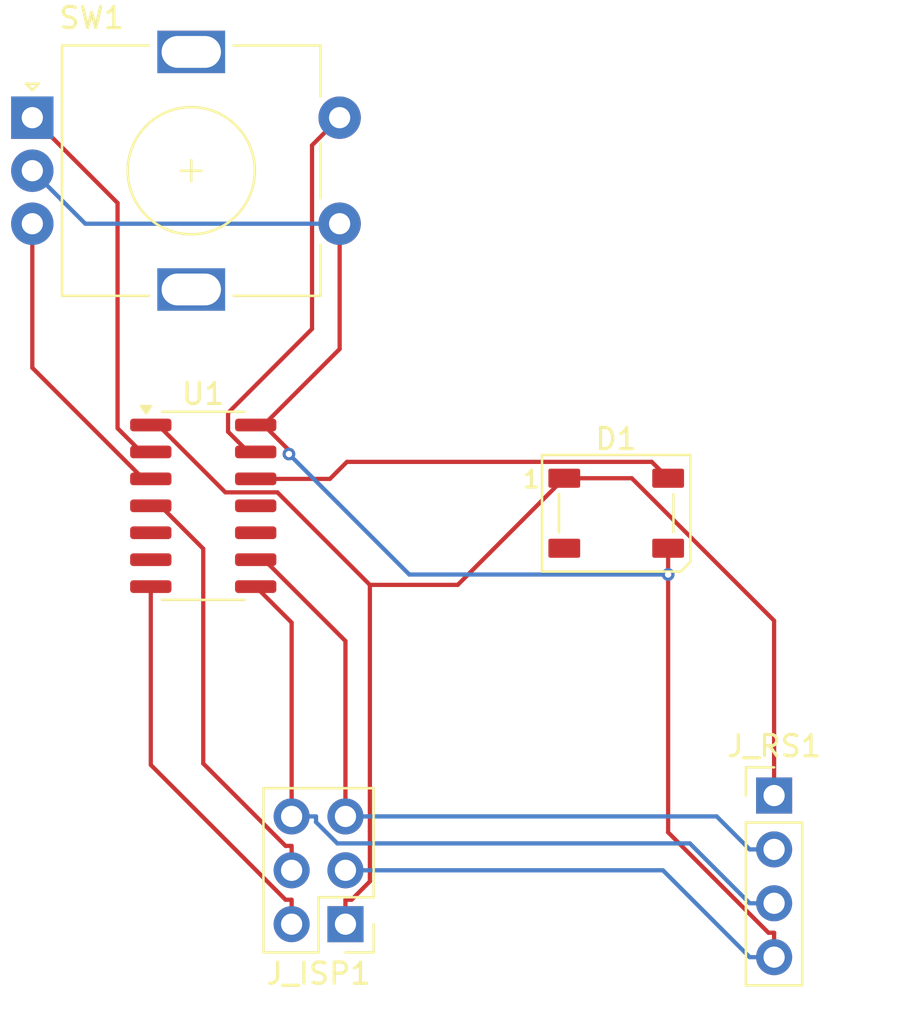
<source format=kicad_pcb>
(kicad_pcb (version 20240108) (generator "pcbnew") (generator_version "8.0")
  (layers (0 "F.Cu" signal) (31 "B.Cu" signal) (34 "B.Paste" user) (35 "F.Paste" user) (36 "B.SilkS" user "B.Silkscreen") (37 "F.SilkS" user "F.Silkscreen") (38 "B.Mask" user) (39 "F.Mask" user) (44 "Edge.Cuts" user))
  (net 0 "")
  (net 1 "VCC")
  (net 2 "/Led_Data")
  (net 4 "GND")
  (net 5 "/MISO")
  (net 6 "/Rx")
  (net 7 "/RST")
  (net 8 "/MOSI")
  (net 9 "/Sw")
  (net 10 "/Enc_B")
  (net 11 "/Enc_A")
  (footprint "LED_SMD:LED_WS2812B_PLCC4_5.0x5.0mm_P3.2mm" (layer "F.Cu") (at 128.55 82.15)
    (property "Reference" "D1" (at 0 -3.5 0) (layer "F.SilkS"))
    (property "Value" "WS2812B")
    (fp_line (start -3.5 -2.75) (end -3.5 2.75) (stroke (width 0.12)) (layer "F.SilkS"))
    (fp_line (start -3.5 -2.75) (end 3.5 -2.75) (stroke (width 0.12)) (layer "F.SilkS"))
    (fp_line (start -3.5 2.75) (end 3.05 2.75) (stroke (width 0.12)) (layer "F.SilkS"))
    (fp_line (start -2.7 0.9) (end -2.7 -0.9) (stroke (width 0.12)) (layer "F.SilkS"))
    (fp_line (start 2.7 0.9) (end 2.7 -0.9) (stroke (width 0.12)) (layer "F.SilkS"))
    (fp_line (start 3.05 2.75) (end 3.5 2.3) (stroke (width 0.12)) (layer "F.SilkS"))
    (fp_line (start 3.5 2.3) (end 3.5 -2.75) (stroke (width 0.12)) (layer "F.SilkS"))
    (fp_text user "1" (at -4 -1.6 0) (layer "F.SilkS") (effects (font (size 0.8 0.8))))
    (pad "1" smd roundrect (at -2.45 -1.65) (size 1.5 0.9) (layers "F.Cu" "F.Paste" "F.Mask") (roundrect_rratio 0.1) (net 1 "VCC"))
    (pad "2" smd roundrect (at -2.45 1.65) (size 1.5 0.9) (layers "F.Cu" "F.Paste" "F.Mask") (roundrect_rratio 0.1))
    (pad "3" smd roundrect (at 2.45 1.65) (size 1.5 0.9) (layers "F.Cu" "F.Paste" "F.Mask") (roundrect_rratio 0.1) (net 4 "GND"))
    (pad "4" smd roundrect (at 2.45 -1.65) (size 1.5 0.9) (layers "F.Cu" "F.Paste" "F.Mask") (roundrect_rratio 0.1) (net 2 "/Led_Data"))
  )
  (footprint "Connector_PinHeader_2.54mm:PinHeader_2x03_P2.54mm_Vertical" (layer "F.Cu") (at 115.775 101.525 180)
    (property "Reference" "J_ISP1" (at 1.27 -2.33 0) (layer "F.SilkS"))
    (property "Value" "Conn_02x03_Counter_Clockwise")
    (fp_line (start 3.87 -1.33) (end 3.87 6.41) (stroke (width 0.12)) (layer "F.SilkS"))
    (fp_line (start 1.27 1.27) (end 1.27 -1.33) (stroke (width 0.12)) (layer "F.SilkS"))
    (fp_line (start 1.27 -1.33) (end 3.87 -1.33) (stroke (width 0.12)) (layer "F.SilkS"))
    (fp_line (start -1.33 6.41) (end 3.87 6.41) (stroke (width 0.12)) (layer "F.SilkS"))
    (fp_line (start -1.33 1.27) (end 1.27 1.27) (stroke (width 0.12)) (layer "F.SilkS"))
    (fp_line (start -1.33 1.27) (end -1.33 6.41) (stroke (width 0.12)) (layer "F.SilkS"))
    (fp_line (start -1.33 0) (end -1.33 -1.33) (stroke (width 0.12)) (layer "F.SilkS"))
    (fp_line (start -1.33 -1.33) (end 0 -1.33) (stroke (width 0.12)) (layer "F.SilkS"))
    (pad "1" thru_hole rect (at 0 0 180) (size 1.7 1.7) (drill 1) (layers "*.Cu" "*.Mask") (net 1 "VCC"))
    (pad "2" thru_hole oval (at 2.54 0 180) (size 1.7 1.7) (drill 1) (layers "*.Cu" "*.Mask") (net 8 "/MOSI"))
    (pad "3" thru_hole oval (at 0 2.54 180) (size 1.7 1.7) (drill 1) (layers "*.Cu" "*.Mask") (net 4 "GND"))
    (pad "4" thru_hole oval (at 2.54 2.54 180) (size 1.7 1.7) (drill 1) (layers "*.Cu" "*.Mask") (net 7 "/RST"))
    (pad "5" thru_hole oval (at 0 5.08 180) (size 1.7 1.7) (drill 1) (layers "*.Cu" "*.Mask") (net 6 "/Rx"))
    (pad "6" thru_hole oval (at 2.54 5.08 180) (size 1.7 1.7) (drill 1) (layers "*.Cu" "*.Mask") (net 5 "/MISO"))
  )
  (footprint "Connector_PinHeader_2.54mm:PinHeader_1x04_P2.54mm_Vertical" (layer "F.Cu") (at 136 95.46)
    (property "Reference" "J_RS1" (at 0 -2.33 0) (layer "F.SilkS"))
    (property "Value" "Conn_01x04_Pin")
    (fp_line (start -1.33 -1.33) (end 0 -1.33) (stroke (width 0.12)) (layer "F.SilkS"))
    (fp_line (start -1.33 0) (end -1.33 -1.33) (stroke (width 0.12)) (layer "F.SilkS"))
    (fp_line (start -1.33 1.27) (end -1.33 8.95) (stroke (width 0.12)) (layer "F.SilkS"))
    (fp_line (start -1.33 1.27) (end 1.33 1.27) (stroke (width 0.12)) (layer "F.SilkS"))
    (fp_line (start -1.33 8.95) (end 1.33 8.95) (stroke (width 0.12)) (layer "F.SilkS"))
    (fp_line (start 1.33 1.27) (end 1.33 8.95) (stroke (width 0.12)) (layer "F.SilkS"))
    (pad "1" thru_hole rect (at 0 0) (size 1.7 1.7) (drill 1) (layers "*.Cu" "*.Mask") (net 1 "VCC"))
    (pad "2" thru_hole oval (at 0 2.54) (size 1.7 1.7) (drill 1) (layers "*.Cu" "*.Mask") (net 6 "/Rx"))
    (pad "3" thru_hole oval (at 0 5.08) (size 1.7 1.7) (drill 1) (layers "*.Cu" "*.Mask") (net 5 "/MISO"))
    (pad "4" thru_hole oval (at 0 7.62) (size 1.7 1.7) (drill 1) (layers "*.Cu" "*.Mask") (net 4 "GND"))
  )
  (footprint "Package_SO:SOIC-14_3.9x8.7mm_P1.27mm" (layer "F.Cu") (at 109.065 81.8)
    (property "Reference" "U1" (at 0 -5.28 0) (layer "F.SilkS"))
    (property "Value" "ATtiny841-SS")
    (fp_line (start 0 -4.435) (end -1.95 -4.435) (stroke (width 0.12)) (layer "F.SilkS"))
    (fp_line (start 0 -4.435) (end 1.95 -4.435) (stroke (width 0.12)) (layer "F.SilkS"))
    (fp_line (start 0 4.435) (end -1.95 4.435) (stroke (width 0.12)) (layer "F.SilkS"))
    (fp_line (start 0 4.435) (end 1.95 4.435) (stroke (width 0.12)) (layer "F.SilkS"))
    (fp_poly (pts (xy -2.7 -4.37) (xy -2.94 -4.7) (xy -2.46 -4.7) (xy -2.7 -4.37)) (stroke (width 0.12)) (fill solid) (layer "F.SilkS"))
    (pad "1" smd roundrect (at -2.475 -3.81) (size 1.95 0.6) (layers "F.Cu" "F.Paste" "F.Mask") (net 1 "VCC"))
    (pad "2" smd roundrect (at -2.475 -2.54) (size 1.95 0.6) (layers "F.Cu" "F.Paste" "F.Mask") (net 11 "/Enc_A"))
    (pad "3" smd roundrect (at -2.475 -1.27) (size 1.95 0.6) (layers "F.Cu" "F.Paste" "F.Mask") (net 10 "/Enc_B"))
    (pad "4" smd roundrect (at -2.475 0) (size 1.95 0.6) (layers "F.Cu" "F.Paste" "F.Mask") (net 7 "/RST"))
    (pad "5" smd roundrect (at -2.475 1.27) (size 1.95 0.6) (layers "F.Cu" "F.Paste" "F.Mask"))
    (pad "6" smd roundrect (at -2.475 2.54) (size 1.95 0.6) (layers "F.Cu" "F.Paste" "F.Mask"))
    (pad "7" smd roundrect (at -2.475 3.81) (size 1.95 0.6) (layers "F.Cu" "F.Paste" "F.Mask") (net 8 "/MOSI"))
    (pad "8" smd roundrect (at 2.475 3.81) (size 1.95 0.6) (layers "F.Cu" "F.Paste" "F.Mask") (net 5 "/MISO"))
    (pad "9" smd roundrect (at 2.475 2.54) (size 1.95 0.6) (layers "F.Cu" "F.Paste" "F.Mask") (net 6 "/Rx"))
    (pad "10" smd roundrect (at 2.475 1.27) (size 1.95 0.6) (layers "F.Cu" "F.Paste" "F.Mask"))
    (pad "11" smd roundrect (at 2.475 0) (size 1.95 0.6) (layers "F.Cu" "F.Paste" "F.Mask"))
    (pad "12" smd roundrect (at 2.475 -1.27) (size 1.95 0.6) (layers "F.Cu" "F.Paste" "F.Mask") (net 2 "/Led_Data"))
    (pad "13" smd roundrect (at 2.475 -2.54) (size 1.95 0.6) (layers "F.Cu" "F.Paste" "F.Mask") (net 9 "/Sw"))
    (pad "14" smd roundrect (at 2.475 -3.81) (size 1.95 0.6) (layers "F.Cu" "F.Paste" "F.Mask") (net 4 "GND"))
  )
  (footprint "Rotary_Encoder:RotaryEncoder_Alps_EC11E-Switch_Vertical_H20mm" (layer "F.Cu") (at 101 63.5)
    (property "Reference" "SW1" (at 2.8 -4.7 0) (layer "F.SilkS"))
    (property "Value" "RotaryEncoder_Switch")
    (fp_line (start -0.3 -1.6) (end 0.3 -1.6) (stroke (width 0.12)) (layer "F.SilkS"))
    (fp_line (start 0 -1.3) (end -0.3 -1.6) (stroke (width 0.12)) (layer "F.SilkS"))
    (fp_line (start 0.3 -1.6) (end 0 -1.3) (stroke (width 0.12)) (layer "F.SilkS"))
    (fp_line (start 1.4 -3.4) (end 1.4 8.4) (stroke (width 0.12)) (layer "F.SilkS"))
    (fp_line (start 5.5 -3.4) (end 1.4 -3.4) (stroke (width 0.12)) (layer "F.SilkS"))
    (fp_line (start 5.5 8.4) (end 1.4 8.4) (stroke (width 0.12)) (layer "F.SilkS"))
    (fp_line (start 7 2.5) (end 8 2.5) (stroke (width 0.12)) (layer "F.SilkS"))
    (fp_line (start 7.5 2) (end 7.5 3) (stroke (width 0.12)) (layer "F.SilkS"))
    (fp_line (start 9.5 -3.4) (end 13.6 -3.4) (stroke (width 0.12)) (layer "F.SilkS"))
    (fp_line (start 13.6 -3.4) (end 13.6 -1) (stroke (width 0.12)) (layer "F.SilkS"))
    (fp_line (start 13.6 1.2) (end 13.6 3.8) (stroke (width 0.12)) (layer "F.SilkS"))
    (fp_line (start 13.6 6) (end 13.6 8.4) (stroke (width 0.12)) (layer "F.SilkS"))
    (fp_line (start 13.6 8.4) (end 9.5 8.4) (stroke (width 0.12)) (layer "F.SilkS"))
    (fp_circle (center 7.5 2.5) (end 10.5 2.5) (stroke (width 0.12)) (fill none) (layer "F.SilkS"))
    (pad "A" thru_hole rect (at 0 0) (size 2 2) (drill 1) (layers "*.Cu" "*.Mask") (net 11 "/Enc_A"))
    (pad "B" thru_hole circle (at 0 5) (size 2 2) (drill 1) (layers "*.Cu" "*.Mask") (net 10 "/Enc_B"))
    (pad "C" thru_hole circle (at 0 2.5) (size 2 2) (drill 1) (layers "*.Cu" "*.Mask") (net 4 "GND"))
    (pad "MP" thru_hole rect (at 7.5 -3.1) (size 3.2 2) (drill oval 2.8 1.5) (layers "*.Cu" "*.Mask"))
    (pad "MP" thru_hole rect (at 7.5 8.1) (size 3.2 2) (drill oval 2.8 1.5) (layers "*.Cu" "*.Mask"))
    (pad "S1" thru_hole circle (at 14.5 5) (size 2 2) (drill 1) (layers "*.Cu" "*.Mask") (net 4 "GND"))
    (pad "S2" thru_hole circle (at 14.5 0) (size 2 2) (drill 1) (layers "*.Cu" "*.Mask") (net 9 "/Sw"))
  )
  (segment (start 126.1 80.5) (end 129.2861 80.5) (width 0.2) (layer "F.Cu") (net 1))
  (segment (start 106.9354 77.99) (end 110.1104 81.165) (width 0.2) (layer "F.Cu") (net 1))
  (segment (start 110.1104 81.165) (end 112.5641 81.165) (width 0.2) (layer "F.Cu") (net 1))
  (segment (start 116.9267 85.5276) (end 116.9267 99.5096) (width 0.2) (layer "F.Cu") (net 1))
  (segment (start 106.59 77.99) (end 106.9354 77.99) (width 0.2) (layer "F.Cu") (net 1))
  (segment (start 116.063 100.3733) (end 115.775 100.3733) (width 0.2) (layer "F.Cu") (net 1))
  (segment (start 112.5641 81.165) (end 116.9267 85.5276) (width 0.2) (layer "F.Cu") (net 1))
  (segment (start 115.775 101.525) (end 115.775 100.3733) (width 0.2) (layer "F.Cu") (net 1))
  (segment (start 121.0724 85.5276) (end 116.9267 85.5276) (width 0.2) (layer "F.Cu") (net 1))
  (segment (start 136 87.2139) (end 136 95.46) (width 0.2) (layer "F.Cu") (net 1))
  (segment (start 129.2861 80.5) (end 136 87.2139) (width 0.2) (layer "F.Cu") (net 1))
  (segment (start 126.1 80.5) (end 121.0724 85.5276) (width 0.2) (layer "F.Cu") (net 1))
  (segment (start 116.9267 99.5096) (end 116.063 100.3733) (width 0.2) (layer "F.Cu") (net 1))
  (segment (start 115.0411 80.53) (end 115.8431 79.728) (width 0.2) (layer "F.Cu") (net 2))
  (segment (start 111.54 80.53) (end 115.0411 80.53) (width 0.2) (layer "F.Cu") (net 2))
  (segment (start 130.228 79.728) (end 131 80.5) (width 0.2) (layer "F.Cu") (net 2))
  (segment (start 115.8431 79.728) (end 130.228 79.728) (width 0.2) (layer "F.Cu") (net 2))
  (segment (start 131 85.0389) (end 131 97.1968) (width 0.2) (layer "F.Cu") (net 4))
  (segment (start 136 103.08) (end 136 101.9283) (width 0.2) (layer "F.Cu") (net 4))
  (segment (start 131 83.8) (end 131 85.0389) (width 0.2) (layer "F.Cu") (net 4))
  (segment (start 115.5 68.5) (end 115.5 74.4067) (width 0.2) (layer "F.Cu") (net 4))
  (segment (start 135.7315 101.9283) (end 136 101.9283) (width 0.2) (layer "F.Cu") (net 4))
  (segment (start 115.5 74.4067) (end 111.9167 77.99) (width 0.2) (layer "F.Cu") (net 4))
  (segment (start 111.9167 77.99) (end 111.54 77.99) (width 0.2) (layer "F.Cu") (net 4))
  (segment (start 113.1068 79.1801) (end 111.9167 77.99) (width 0.2) (layer "F.Cu") (net 4))
  (segment (start 113.1068 79.3603) (end 113.1068 79.1801) (width 0.2) (layer "F.Cu") (net 4))
  (segment (start 131 97.1968) (end 135.7315 101.9283) (width 0.2) (layer "F.Cu") (net 4))
  (via (at 113.1068 79.3603) (size 0.6) (drill 0.3) (layers "F.Cu" "B.Cu") (net 4))
  (via (at 131 85.0389) (size 0.6) (drill 0.3) (layers "F.Cu" "B.Cu") (net 4))
  (segment (start 101 66) (end 103.5 68.5) (width 0.2) (layer "B.Cu") (net 4))
  (segment (start 113.1068 79.3603) (end 118.7854 85.0389) (width 0.2) (layer "B.Cu") (net 4))
  (segment (start 136 103.08) (end 134.8483 103.08) (width 0.2) (layer "B.Cu") (net 4))
  (segment (start 115.775 98.985) (end 130.7533 98.985) (width 0.2) (layer "B.Cu") (net 4))
  (segment (start 103.5 68.5) (end 115.5 68.5) (width 0.2) (layer "B.Cu") (net 4))
  (segment (start 118.7854 85.0389) (end 131 85.0389) (width 0.2) (layer "B.Cu") (net 4))
  (segment (start 130.7533 98.985) (end 134.8483 103.08) (width 0.2) (layer "B.Cu") (net 4))
  (segment (start 111.54 85.61) (end 113.235 87.305) (width 0.2) (layer "F.Cu") (net 5))
  (segment (start 113.235 87.305) (end 113.235 96.445) (width 0.2) (layer "F.Cu") (net 5))
  (segment (start 114.3867 96.7135) (end 115.3897 97.7165) (width 0.2) (layer "B.Cu") (net 5))
  (segment (start 132.0248 97.7165) (end 134.8483 100.54) (width 0.2) (layer "B.Cu") (net 5))
  (segment (start 113.235 96.445) (end 114.3867 96.445) (width 0.2) (layer "B.Cu") (net 5))
  (segment (start 115.3897 97.7165) (end 132.0248 97.7165) (width 0.2) (layer "B.Cu") (net 5))
  (segment (start 136 100.54) (end 134.8483 100.54) (width 0.2) (layer "B.Cu") (net 5))
  (segment (start 114.3867 96.445) (end 114.3867 96.7135) (width 0.2) (layer "B.Cu") (net 5))
  (segment (start 115.775 88.1763) (end 115.775 96.445) (width 0.2) (layer "F.Cu") (net 6))
  (segment (start 111.54 84.34) (end 111.9387 84.34) (width 0.2) (layer "F.Cu") (net 6))
  (segment (start 111.9387 84.34) (end 115.775 88.1763) (width 0.2) (layer "F.Cu") (net 6))
  (segment (start 134.8483 98) (end 133.2933 96.445) (width 0.2) (layer "B.Cu") (net 6))
  (segment (start 136 98) (end 134.8483 98) (width 0.2) (layer "B.Cu") (net 6))
  (segment (start 133.2933 96.445) (end 115.775 96.445) (width 0.2) (layer "B.Cu") (net 6))
  (segment (start 109.065 83.8236) (end 107.0414 81.8) (width 0.2) (layer "F.Cu") (net 7))
  (segment (start 112.9471 97.8333) (end 109.065 93.9512) (width 0.2) (layer "F.Cu") (net 7))
  (segment (start 107.0414 81.8) (end 106.59 81.8) (width 0.2) (layer "F.Cu") (net 7))
  (segment (start 113.235 97.8333) (end 112.9471 97.8333) (width 0.2) (layer "F.Cu") (net 7))
  (segment (start 113.235 98.985) (end 113.235 97.8333) (width 0.2) (layer "F.Cu") (net 7))
  (segment (start 109.065 93.9512) (end 109.065 83.8236) (width 0.2) (layer "F.Cu") (net 7))
  (segment (start 113.235 100.3733) (end 112.9471 100.3733) (width 0.2) (layer "F.Cu") (net 8))
  (segment (start 106.59 94.0162) (end 106.59 85.61) (width 0.2) (layer "F.Cu") (net 8))
  (segment (start 113.235 101.525) (end 113.235 100.3733) (width 0.2) (layer "F.Cu") (net 8))
  (segment (start 112.9471 100.3733) (end 106.59 94.0162) (width 0.2) (layer "F.Cu") (net 8))
  (segment (start 114.1983 73.4575) (end 110.2361 77.4197) (width 0.2) (layer "F.Cu") (net 9))
  (segment (start 114.1983 64.8017) (end 114.1983 73.4575) (width 0.2) (layer "F.Cu") (net 9))
  (segment (start 110.2361 77.4197) (end 110.2361 78.3067) (width 0.2) (layer "F.Cu") (net 9))
  (segment (start 115.5 63.5) (end 114.1983 64.8017) (width 0.2) (layer "F.Cu") (net 9))
  (segment (start 110.2361 78.3067) (end 111.1894 79.26) (width 0.2) (layer "F.Cu") (net 9))
  (segment (start 111.1894 79.26) (end 111.54 79.26) (width 0.2) (layer "F.Cu") (net 9))
  (segment (start 101 68.5) (end 101 75.2923) (width 0.2) (layer "F.Cu") (net 10))
  (segment (start 106.2377 80.53) (end 106.59 80.53) (width 0.2) (layer "F.Cu") (net 10))
  (segment (start 101 75.2923) (end 106.2377 80.53) (width 0.2) (layer "F.Cu") (net 10))
  (segment (start 105.0212 78.141) (end 106.1402 79.26) (width 0.2) (layer "F.Cu") (net 11))
  (segment (start 106.1402 79.26) (end 106.59 79.26) (width 0.2) (layer "F.Cu") (net 11))
  (segment (start 105.0212 67.5212) (end 105.0212 78.141) (width 0.2) (layer "F.Cu") (net 11))
  (segment (start 101 63.5) (end 105.0212 67.5212) (width 0.2) (layer "F.Cu") (net 11))
)
</source>
